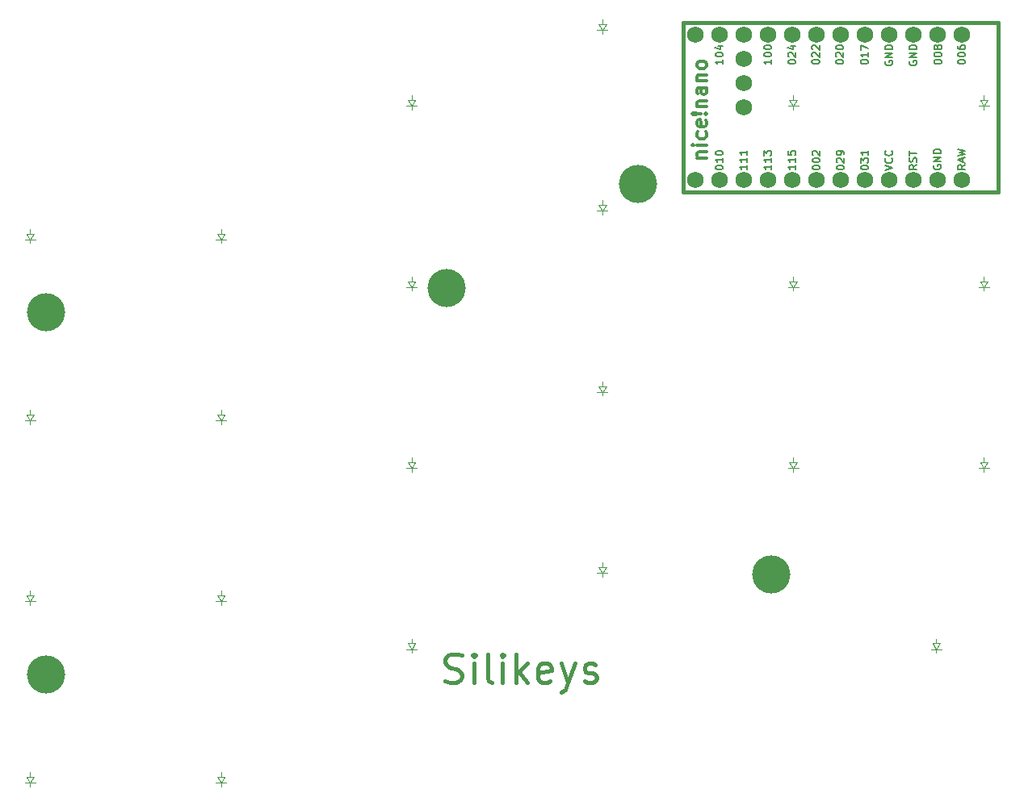
<source format=gbr>
%TF.GenerationSoftware,KiCad,Pcbnew,8.0.7*%
%TF.CreationDate,2025-01-04T23:43:43-07:00*%
%TF.ProjectId,left,6c656674-2e6b-4696-9361-645f70636258,v1.0.0*%
%TF.SameCoordinates,Original*%
%TF.FileFunction,Legend,Top*%
%TF.FilePolarity,Positive*%
%FSLAX46Y46*%
G04 Gerber Fmt 4.6, Leading zero omitted, Abs format (unit mm)*
G04 Created by KiCad (PCBNEW 8.0.7) date 2025-01-04 23:43:43*
%MOMM*%
%LPD*%
G01*
G04 APERTURE LIST*
%ADD10C,0.400000*%
%ADD11C,0.150000*%
%ADD12C,0.300000*%
%ADD13C,0.100000*%
%ADD14C,0.381000*%
%ADD15C,1.752600*%
%ADD16C,4.000000*%
G04 APERTURE END LIST*
D10*
X151834585Y-142224200D02*
X152263157Y-142367057D01*
X152263157Y-142367057D02*
X152977442Y-142367057D01*
X152977442Y-142367057D02*
X153263157Y-142224200D01*
X153263157Y-142224200D02*
X153406014Y-142081342D01*
X153406014Y-142081342D02*
X153548871Y-141795628D01*
X153548871Y-141795628D02*
X153548871Y-141509914D01*
X153548871Y-141509914D02*
X153406014Y-141224200D01*
X153406014Y-141224200D02*
X153263157Y-141081342D01*
X153263157Y-141081342D02*
X152977442Y-140938485D01*
X152977442Y-140938485D02*
X152406014Y-140795628D01*
X152406014Y-140795628D02*
X152120299Y-140652771D01*
X152120299Y-140652771D02*
X151977442Y-140509914D01*
X151977442Y-140509914D02*
X151834585Y-140224200D01*
X151834585Y-140224200D02*
X151834585Y-139938485D01*
X151834585Y-139938485D02*
X151977442Y-139652771D01*
X151977442Y-139652771D02*
X152120299Y-139509914D01*
X152120299Y-139509914D02*
X152406014Y-139367057D01*
X152406014Y-139367057D02*
X153120299Y-139367057D01*
X153120299Y-139367057D02*
X153548871Y-139509914D01*
X154834585Y-142367057D02*
X154834585Y-140367057D01*
X154834585Y-139367057D02*
X154691728Y-139509914D01*
X154691728Y-139509914D02*
X154834585Y-139652771D01*
X154834585Y-139652771D02*
X154977442Y-139509914D01*
X154977442Y-139509914D02*
X154834585Y-139367057D01*
X154834585Y-139367057D02*
X154834585Y-139652771D01*
X156691728Y-142367057D02*
X156406013Y-142224200D01*
X156406013Y-142224200D02*
X156263156Y-141938485D01*
X156263156Y-141938485D02*
X156263156Y-139367057D01*
X157834585Y-142367057D02*
X157834585Y-140367057D01*
X157834585Y-139367057D02*
X157691728Y-139509914D01*
X157691728Y-139509914D02*
X157834585Y-139652771D01*
X157834585Y-139652771D02*
X157977442Y-139509914D01*
X157977442Y-139509914D02*
X157834585Y-139367057D01*
X157834585Y-139367057D02*
X157834585Y-139652771D01*
X159263156Y-142367057D02*
X159263156Y-139367057D01*
X159548871Y-141224200D02*
X160406013Y-142367057D01*
X160406013Y-140367057D02*
X159263156Y-141509914D01*
X162834584Y-142224200D02*
X162548870Y-142367057D01*
X162548870Y-142367057D02*
X161977442Y-142367057D01*
X161977442Y-142367057D02*
X161691727Y-142224200D01*
X161691727Y-142224200D02*
X161548870Y-141938485D01*
X161548870Y-141938485D02*
X161548870Y-140795628D01*
X161548870Y-140795628D02*
X161691727Y-140509914D01*
X161691727Y-140509914D02*
X161977442Y-140367057D01*
X161977442Y-140367057D02*
X162548870Y-140367057D01*
X162548870Y-140367057D02*
X162834584Y-140509914D01*
X162834584Y-140509914D02*
X162977442Y-140795628D01*
X162977442Y-140795628D02*
X162977442Y-141081342D01*
X162977442Y-141081342D02*
X161548870Y-141367057D01*
X163977442Y-140367057D02*
X164691728Y-142367057D01*
X165406013Y-140367057D02*
X164691728Y-142367057D01*
X164691728Y-142367057D02*
X164406013Y-143081342D01*
X164406013Y-143081342D02*
X164263156Y-143224200D01*
X164263156Y-143224200D02*
X163977442Y-143367057D01*
X166406013Y-142224200D02*
X166691727Y-142367057D01*
X166691727Y-142367057D02*
X167263156Y-142367057D01*
X167263156Y-142367057D02*
X167548870Y-142224200D01*
X167548870Y-142224200D02*
X167691727Y-141938485D01*
X167691727Y-141938485D02*
X167691727Y-141795628D01*
X167691727Y-141795628D02*
X167548870Y-141509914D01*
X167548870Y-141509914D02*
X167263156Y-141367057D01*
X167263156Y-141367057D02*
X166834585Y-141367057D01*
X166834585Y-141367057D02*
X166548870Y-141224200D01*
X166548870Y-141224200D02*
X166406013Y-140938485D01*
X166406013Y-140938485D02*
X166406013Y-140795628D01*
X166406013Y-140795628D02*
X166548870Y-140509914D01*
X166548870Y-140509914D02*
X166834585Y-140367057D01*
X166834585Y-140367057D02*
X167263156Y-140367057D01*
X167263156Y-140367057D02*
X167548870Y-140509914D01*
D11*
X206332295Y-88026095D02*
X205951342Y-88292762D01*
X206332295Y-88483238D02*
X205532295Y-88483238D01*
X205532295Y-88483238D02*
X205532295Y-88178476D01*
X205532295Y-88178476D02*
X205570390Y-88102286D01*
X205570390Y-88102286D02*
X205608485Y-88064191D01*
X205608485Y-88064191D02*
X205684676Y-88026095D01*
X205684676Y-88026095D02*
X205798961Y-88026095D01*
X205798961Y-88026095D02*
X205875152Y-88064191D01*
X205875152Y-88064191D02*
X205913247Y-88102286D01*
X205913247Y-88102286D02*
X205951342Y-88178476D01*
X205951342Y-88178476D02*
X205951342Y-88483238D01*
X206103723Y-87721334D02*
X206103723Y-87340381D01*
X206332295Y-87797524D02*
X205532295Y-87530857D01*
X205532295Y-87530857D02*
X206332295Y-87264191D01*
X205532295Y-87073715D02*
X206332295Y-86883239D01*
X206332295Y-86883239D02*
X205760866Y-86730858D01*
X205760866Y-86730858D02*
X206332295Y-86578477D01*
X206332295Y-86578477D02*
X205532295Y-86388001D01*
X203030390Y-88064190D02*
X202992295Y-88140380D01*
X202992295Y-88140380D02*
X202992295Y-88254666D01*
X202992295Y-88254666D02*
X203030390Y-88368952D01*
X203030390Y-88368952D02*
X203106580Y-88445142D01*
X203106580Y-88445142D02*
X203182771Y-88483237D01*
X203182771Y-88483237D02*
X203335152Y-88521333D01*
X203335152Y-88521333D02*
X203449438Y-88521333D01*
X203449438Y-88521333D02*
X203601819Y-88483237D01*
X203601819Y-88483237D02*
X203678009Y-88445142D01*
X203678009Y-88445142D02*
X203754200Y-88368952D01*
X203754200Y-88368952D02*
X203792295Y-88254666D01*
X203792295Y-88254666D02*
X203792295Y-88178475D01*
X203792295Y-88178475D02*
X203754200Y-88064190D01*
X203754200Y-88064190D02*
X203716104Y-88026094D01*
X203716104Y-88026094D02*
X203449438Y-88026094D01*
X203449438Y-88026094D02*
X203449438Y-88178475D01*
X203792295Y-87683237D02*
X202992295Y-87683237D01*
X202992295Y-87683237D02*
X203792295Y-87226094D01*
X203792295Y-87226094D02*
X202992295Y-87226094D01*
X203792295Y-86845142D02*
X202992295Y-86845142D01*
X202992295Y-86845142D02*
X202992295Y-86654666D01*
X202992295Y-86654666D02*
X203030390Y-86540380D01*
X203030390Y-86540380D02*
X203106580Y-86464190D01*
X203106580Y-86464190D02*
X203182771Y-86426095D01*
X203182771Y-86426095D02*
X203335152Y-86387999D01*
X203335152Y-86387999D02*
X203449438Y-86387999D01*
X203449438Y-86387999D02*
X203601819Y-86426095D01*
X203601819Y-86426095D02*
X203678009Y-86464190D01*
X203678009Y-86464190D02*
X203754200Y-86540380D01*
X203754200Y-86540380D02*
X203792295Y-86654666D01*
X203792295Y-86654666D02*
X203792295Y-86845142D01*
X201252295Y-88026094D02*
X200871342Y-88292761D01*
X201252295Y-88483237D02*
X200452295Y-88483237D01*
X200452295Y-88483237D02*
X200452295Y-88178475D01*
X200452295Y-88178475D02*
X200490390Y-88102285D01*
X200490390Y-88102285D02*
X200528485Y-88064190D01*
X200528485Y-88064190D02*
X200604676Y-88026094D01*
X200604676Y-88026094D02*
X200718961Y-88026094D01*
X200718961Y-88026094D02*
X200795152Y-88064190D01*
X200795152Y-88064190D02*
X200833247Y-88102285D01*
X200833247Y-88102285D02*
X200871342Y-88178475D01*
X200871342Y-88178475D02*
X200871342Y-88483237D01*
X201214200Y-87721333D02*
X201252295Y-87607047D01*
X201252295Y-87607047D02*
X201252295Y-87416571D01*
X201252295Y-87416571D02*
X201214200Y-87340380D01*
X201214200Y-87340380D02*
X201176104Y-87302285D01*
X201176104Y-87302285D02*
X201099914Y-87264190D01*
X201099914Y-87264190D02*
X201023723Y-87264190D01*
X201023723Y-87264190D02*
X200947533Y-87302285D01*
X200947533Y-87302285D02*
X200909438Y-87340380D01*
X200909438Y-87340380D02*
X200871342Y-87416571D01*
X200871342Y-87416571D02*
X200833247Y-87568952D01*
X200833247Y-87568952D02*
X200795152Y-87645142D01*
X200795152Y-87645142D02*
X200757057Y-87683237D01*
X200757057Y-87683237D02*
X200680866Y-87721333D01*
X200680866Y-87721333D02*
X200604676Y-87721333D01*
X200604676Y-87721333D02*
X200528485Y-87683237D01*
X200528485Y-87683237D02*
X200490390Y-87645142D01*
X200490390Y-87645142D02*
X200452295Y-87568952D01*
X200452295Y-87568952D02*
X200452295Y-87378475D01*
X200452295Y-87378475D02*
X200490390Y-87264190D01*
X200452295Y-87035618D02*
X200452295Y-86578475D01*
X201252295Y-86807047D02*
X200452295Y-86807047D01*
X197912295Y-88603857D02*
X198712295Y-88337190D01*
X198712295Y-88337190D02*
X197912295Y-88070524D01*
X198636104Y-87346714D02*
X198674200Y-87384810D01*
X198674200Y-87384810D02*
X198712295Y-87499095D01*
X198712295Y-87499095D02*
X198712295Y-87575286D01*
X198712295Y-87575286D02*
X198674200Y-87689572D01*
X198674200Y-87689572D02*
X198598009Y-87765762D01*
X198598009Y-87765762D02*
X198521819Y-87803857D01*
X198521819Y-87803857D02*
X198369438Y-87841953D01*
X198369438Y-87841953D02*
X198255152Y-87841953D01*
X198255152Y-87841953D02*
X198102771Y-87803857D01*
X198102771Y-87803857D02*
X198026580Y-87765762D01*
X198026580Y-87765762D02*
X197950390Y-87689572D01*
X197950390Y-87689572D02*
X197912295Y-87575286D01*
X197912295Y-87575286D02*
X197912295Y-87499095D01*
X197912295Y-87499095D02*
X197950390Y-87384810D01*
X197950390Y-87384810D02*
X197988485Y-87346714D01*
X198636104Y-86546714D02*
X198674200Y-86584810D01*
X198674200Y-86584810D02*
X198712295Y-86699095D01*
X198712295Y-86699095D02*
X198712295Y-86775286D01*
X198712295Y-86775286D02*
X198674200Y-86889572D01*
X198674200Y-86889572D02*
X198598009Y-86965762D01*
X198598009Y-86965762D02*
X198521819Y-87003857D01*
X198521819Y-87003857D02*
X198369438Y-87041953D01*
X198369438Y-87041953D02*
X198255152Y-87041953D01*
X198255152Y-87041953D02*
X198102771Y-87003857D01*
X198102771Y-87003857D02*
X198026580Y-86965762D01*
X198026580Y-86965762D02*
X197950390Y-86889572D01*
X197950390Y-86889572D02*
X197912295Y-86775286D01*
X197912295Y-86775286D02*
X197912295Y-86699095D01*
X197912295Y-86699095D02*
X197950390Y-86584810D01*
X197950390Y-86584810D02*
X197988485Y-86546714D01*
X195372295Y-88337190D02*
X195372295Y-88261000D01*
X195372295Y-88261000D02*
X195410390Y-88184809D01*
X195410390Y-88184809D02*
X195448485Y-88146714D01*
X195448485Y-88146714D02*
X195524676Y-88108619D01*
X195524676Y-88108619D02*
X195677057Y-88070524D01*
X195677057Y-88070524D02*
X195867533Y-88070524D01*
X195867533Y-88070524D02*
X196019914Y-88108619D01*
X196019914Y-88108619D02*
X196096104Y-88146714D01*
X196096104Y-88146714D02*
X196134200Y-88184809D01*
X196134200Y-88184809D02*
X196172295Y-88261000D01*
X196172295Y-88261000D02*
X196172295Y-88337190D01*
X196172295Y-88337190D02*
X196134200Y-88413381D01*
X196134200Y-88413381D02*
X196096104Y-88451476D01*
X196096104Y-88451476D02*
X196019914Y-88489571D01*
X196019914Y-88489571D02*
X195867533Y-88527667D01*
X195867533Y-88527667D02*
X195677057Y-88527667D01*
X195677057Y-88527667D02*
X195524676Y-88489571D01*
X195524676Y-88489571D02*
X195448485Y-88451476D01*
X195448485Y-88451476D02*
X195410390Y-88413381D01*
X195410390Y-88413381D02*
X195372295Y-88337190D01*
X195372295Y-87803857D02*
X195372295Y-87308619D01*
X195372295Y-87308619D02*
X195677057Y-87575285D01*
X195677057Y-87575285D02*
X195677057Y-87461000D01*
X195677057Y-87461000D02*
X195715152Y-87384809D01*
X195715152Y-87384809D02*
X195753247Y-87346714D01*
X195753247Y-87346714D02*
X195829438Y-87308619D01*
X195829438Y-87308619D02*
X196019914Y-87308619D01*
X196019914Y-87308619D02*
X196096104Y-87346714D01*
X196096104Y-87346714D02*
X196134200Y-87384809D01*
X196134200Y-87384809D02*
X196172295Y-87461000D01*
X196172295Y-87461000D02*
X196172295Y-87689571D01*
X196172295Y-87689571D02*
X196134200Y-87765762D01*
X196134200Y-87765762D02*
X196096104Y-87803857D01*
X196172295Y-86546714D02*
X196172295Y-87003857D01*
X196172295Y-86775285D02*
X195372295Y-86775285D01*
X195372295Y-86775285D02*
X195486580Y-86851476D01*
X195486580Y-86851476D02*
X195562771Y-86927666D01*
X195562771Y-86927666D02*
X195600866Y-87003857D01*
X192832295Y-88337190D02*
X192832295Y-88261000D01*
X192832295Y-88261000D02*
X192870390Y-88184809D01*
X192870390Y-88184809D02*
X192908485Y-88146714D01*
X192908485Y-88146714D02*
X192984676Y-88108619D01*
X192984676Y-88108619D02*
X193137057Y-88070524D01*
X193137057Y-88070524D02*
X193327533Y-88070524D01*
X193327533Y-88070524D02*
X193479914Y-88108619D01*
X193479914Y-88108619D02*
X193556104Y-88146714D01*
X193556104Y-88146714D02*
X193594200Y-88184809D01*
X193594200Y-88184809D02*
X193632295Y-88261000D01*
X193632295Y-88261000D02*
X193632295Y-88337190D01*
X193632295Y-88337190D02*
X193594200Y-88413381D01*
X193594200Y-88413381D02*
X193556104Y-88451476D01*
X193556104Y-88451476D02*
X193479914Y-88489571D01*
X193479914Y-88489571D02*
X193327533Y-88527667D01*
X193327533Y-88527667D02*
X193137057Y-88527667D01*
X193137057Y-88527667D02*
X192984676Y-88489571D01*
X192984676Y-88489571D02*
X192908485Y-88451476D01*
X192908485Y-88451476D02*
X192870390Y-88413381D01*
X192870390Y-88413381D02*
X192832295Y-88337190D01*
X192908485Y-87765762D02*
X192870390Y-87727666D01*
X192870390Y-87727666D02*
X192832295Y-87651476D01*
X192832295Y-87651476D02*
X192832295Y-87461000D01*
X192832295Y-87461000D02*
X192870390Y-87384809D01*
X192870390Y-87384809D02*
X192908485Y-87346714D01*
X192908485Y-87346714D02*
X192984676Y-87308619D01*
X192984676Y-87308619D02*
X193060866Y-87308619D01*
X193060866Y-87308619D02*
X193175152Y-87346714D01*
X193175152Y-87346714D02*
X193632295Y-87803857D01*
X193632295Y-87803857D02*
X193632295Y-87308619D01*
X193632295Y-86927666D02*
X193632295Y-86775285D01*
X193632295Y-86775285D02*
X193594200Y-86699095D01*
X193594200Y-86699095D02*
X193556104Y-86660999D01*
X193556104Y-86660999D02*
X193441819Y-86584809D01*
X193441819Y-86584809D02*
X193289438Y-86546714D01*
X193289438Y-86546714D02*
X192984676Y-86546714D01*
X192984676Y-86546714D02*
X192908485Y-86584809D01*
X192908485Y-86584809D02*
X192870390Y-86622904D01*
X192870390Y-86622904D02*
X192832295Y-86699095D01*
X192832295Y-86699095D02*
X192832295Y-86851476D01*
X192832295Y-86851476D02*
X192870390Y-86927666D01*
X192870390Y-86927666D02*
X192908485Y-86965761D01*
X192908485Y-86965761D02*
X192984676Y-87003857D01*
X192984676Y-87003857D02*
X193175152Y-87003857D01*
X193175152Y-87003857D02*
X193251342Y-86965761D01*
X193251342Y-86965761D02*
X193289438Y-86927666D01*
X193289438Y-86927666D02*
X193327533Y-86851476D01*
X193327533Y-86851476D02*
X193327533Y-86699095D01*
X193327533Y-86699095D02*
X193289438Y-86622904D01*
X193289438Y-86622904D02*
X193251342Y-86584809D01*
X193251342Y-86584809D02*
X193175152Y-86546714D01*
X190292295Y-88337190D02*
X190292295Y-88261000D01*
X190292295Y-88261000D02*
X190330390Y-88184809D01*
X190330390Y-88184809D02*
X190368485Y-88146714D01*
X190368485Y-88146714D02*
X190444676Y-88108619D01*
X190444676Y-88108619D02*
X190597057Y-88070524D01*
X190597057Y-88070524D02*
X190787533Y-88070524D01*
X190787533Y-88070524D02*
X190939914Y-88108619D01*
X190939914Y-88108619D02*
X191016104Y-88146714D01*
X191016104Y-88146714D02*
X191054200Y-88184809D01*
X191054200Y-88184809D02*
X191092295Y-88261000D01*
X191092295Y-88261000D02*
X191092295Y-88337190D01*
X191092295Y-88337190D02*
X191054200Y-88413381D01*
X191054200Y-88413381D02*
X191016104Y-88451476D01*
X191016104Y-88451476D02*
X190939914Y-88489571D01*
X190939914Y-88489571D02*
X190787533Y-88527667D01*
X190787533Y-88527667D02*
X190597057Y-88527667D01*
X190597057Y-88527667D02*
X190444676Y-88489571D01*
X190444676Y-88489571D02*
X190368485Y-88451476D01*
X190368485Y-88451476D02*
X190330390Y-88413381D01*
X190330390Y-88413381D02*
X190292295Y-88337190D01*
X190292295Y-87575285D02*
X190292295Y-87499095D01*
X190292295Y-87499095D02*
X190330390Y-87422904D01*
X190330390Y-87422904D02*
X190368485Y-87384809D01*
X190368485Y-87384809D02*
X190444676Y-87346714D01*
X190444676Y-87346714D02*
X190597057Y-87308619D01*
X190597057Y-87308619D02*
X190787533Y-87308619D01*
X190787533Y-87308619D02*
X190939914Y-87346714D01*
X190939914Y-87346714D02*
X191016104Y-87384809D01*
X191016104Y-87384809D02*
X191054200Y-87422904D01*
X191054200Y-87422904D02*
X191092295Y-87499095D01*
X191092295Y-87499095D02*
X191092295Y-87575285D01*
X191092295Y-87575285D02*
X191054200Y-87651476D01*
X191054200Y-87651476D02*
X191016104Y-87689571D01*
X191016104Y-87689571D02*
X190939914Y-87727666D01*
X190939914Y-87727666D02*
X190787533Y-87765762D01*
X190787533Y-87765762D02*
X190597057Y-87765762D01*
X190597057Y-87765762D02*
X190444676Y-87727666D01*
X190444676Y-87727666D02*
X190368485Y-87689571D01*
X190368485Y-87689571D02*
X190330390Y-87651476D01*
X190330390Y-87651476D02*
X190292295Y-87575285D01*
X190368485Y-87003857D02*
X190330390Y-86965761D01*
X190330390Y-86965761D02*
X190292295Y-86889571D01*
X190292295Y-86889571D02*
X190292295Y-86699095D01*
X190292295Y-86699095D02*
X190330390Y-86622904D01*
X190330390Y-86622904D02*
X190368485Y-86584809D01*
X190368485Y-86584809D02*
X190444676Y-86546714D01*
X190444676Y-86546714D02*
X190520866Y-86546714D01*
X190520866Y-86546714D02*
X190635152Y-86584809D01*
X190635152Y-86584809D02*
X191092295Y-87041952D01*
X191092295Y-87041952D02*
X191092295Y-86546714D01*
X188552295Y-88070524D02*
X188552295Y-88527667D01*
X188552295Y-88299095D02*
X187752295Y-88299095D01*
X187752295Y-88299095D02*
X187866580Y-88375286D01*
X187866580Y-88375286D02*
X187942771Y-88451476D01*
X187942771Y-88451476D02*
X187980866Y-88527667D01*
X188552295Y-87308619D02*
X188552295Y-87765762D01*
X188552295Y-87537190D02*
X187752295Y-87537190D01*
X187752295Y-87537190D02*
X187866580Y-87613381D01*
X187866580Y-87613381D02*
X187942771Y-87689571D01*
X187942771Y-87689571D02*
X187980866Y-87765762D01*
X187752295Y-86584809D02*
X187752295Y-86965761D01*
X187752295Y-86965761D02*
X188133247Y-87003857D01*
X188133247Y-87003857D02*
X188095152Y-86965761D01*
X188095152Y-86965761D02*
X188057057Y-86889571D01*
X188057057Y-86889571D02*
X188057057Y-86699095D01*
X188057057Y-86699095D02*
X188095152Y-86622904D01*
X188095152Y-86622904D02*
X188133247Y-86584809D01*
X188133247Y-86584809D02*
X188209438Y-86546714D01*
X188209438Y-86546714D02*
X188399914Y-86546714D01*
X188399914Y-86546714D02*
X188476104Y-86584809D01*
X188476104Y-86584809D02*
X188514200Y-86622904D01*
X188514200Y-86622904D02*
X188552295Y-86699095D01*
X188552295Y-86699095D02*
X188552295Y-86889571D01*
X188552295Y-86889571D02*
X188514200Y-86965761D01*
X188514200Y-86965761D02*
X188476104Y-87003857D01*
X186012295Y-88070524D02*
X186012295Y-88527667D01*
X186012295Y-88299095D02*
X185212295Y-88299095D01*
X185212295Y-88299095D02*
X185326580Y-88375286D01*
X185326580Y-88375286D02*
X185402771Y-88451476D01*
X185402771Y-88451476D02*
X185440866Y-88527667D01*
X186012295Y-87308619D02*
X186012295Y-87765762D01*
X186012295Y-87537190D02*
X185212295Y-87537190D01*
X185212295Y-87537190D02*
X185326580Y-87613381D01*
X185326580Y-87613381D02*
X185402771Y-87689571D01*
X185402771Y-87689571D02*
X185440866Y-87765762D01*
X185212295Y-87041952D02*
X185212295Y-86546714D01*
X185212295Y-86546714D02*
X185517057Y-86813380D01*
X185517057Y-86813380D02*
X185517057Y-86699095D01*
X185517057Y-86699095D02*
X185555152Y-86622904D01*
X185555152Y-86622904D02*
X185593247Y-86584809D01*
X185593247Y-86584809D02*
X185669438Y-86546714D01*
X185669438Y-86546714D02*
X185859914Y-86546714D01*
X185859914Y-86546714D02*
X185936104Y-86584809D01*
X185936104Y-86584809D02*
X185974200Y-86622904D01*
X185974200Y-86622904D02*
X186012295Y-86699095D01*
X186012295Y-86699095D02*
X186012295Y-86927666D01*
X186012295Y-86927666D02*
X185974200Y-87003857D01*
X185974200Y-87003857D02*
X185936104Y-87041952D01*
X183472295Y-88070524D02*
X183472295Y-88527667D01*
X183472295Y-88299095D02*
X182672295Y-88299095D01*
X182672295Y-88299095D02*
X182786580Y-88375286D01*
X182786580Y-88375286D02*
X182862771Y-88451476D01*
X182862771Y-88451476D02*
X182900866Y-88527667D01*
X183472295Y-87308619D02*
X183472295Y-87765762D01*
X183472295Y-87537190D02*
X182672295Y-87537190D01*
X182672295Y-87537190D02*
X182786580Y-87613381D01*
X182786580Y-87613381D02*
X182862771Y-87689571D01*
X182862771Y-87689571D02*
X182900866Y-87765762D01*
X183472295Y-86546714D02*
X183472295Y-87003857D01*
X183472295Y-86775285D02*
X182672295Y-86775285D01*
X182672295Y-86775285D02*
X182786580Y-86851476D01*
X182786580Y-86851476D02*
X182862771Y-86927666D01*
X182862771Y-86927666D02*
X182900866Y-87003857D01*
X180132295Y-88337190D02*
X180132295Y-88261000D01*
X180132295Y-88261000D02*
X180170390Y-88184809D01*
X180170390Y-88184809D02*
X180208485Y-88146714D01*
X180208485Y-88146714D02*
X180284676Y-88108619D01*
X180284676Y-88108619D02*
X180437057Y-88070524D01*
X180437057Y-88070524D02*
X180627533Y-88070524D01*
X180627533Y-88070524D02*
X180779914Y-88108619D01*
X180779914Y-88108619D02*
X180856104Y-88146714D01*
X180856104Y-88146714D02*
X180894200Y-88184809D01*
X180894200Y-88184809D02*
X180932295Y-88261000D01*
X180932295Y-88261000D02*
X180932295Y-88337190D01*
X180932295Y-88337190D02*
X180894200Y-88413381D01*
X180894200Y-88413381D02*
X180856104Y-88451476D01*
X180856104Y-88451476D02*
X180779914Y-88489571D01*
X180779914Y-88489571D02*
X180627533Y-88527667D01*
X180627533Y-88527667D02*
X180437057Y-88527667D01*
X180437057Y-88527667D02*
X180284676Y-88489571D01*
X180284676Y-88489571D02*
X180208485Y-88451476D01*
X180208485Y-88451476D02*
X180170390Y-88413381D01*
X180170390Y-88413381D02*
X180132295Y-88337190D01*
X180932295Y-87308619D02*
X180932295Y-87765762D01*
X180932295Y-87537190D02*
X180132295Y-87537190D01*
X180132295Y-87537190D02*
X180246580Y-87613381D01*
X180246580Y-87613381D02*
X180322771Y-87689571D01*
X180322771Y-87689571D02*
X180360866Y-87765762D01*
X180132295Y-86813380D02*
X180132295Y-86737190D01*
X180132295Y-86737190D02*
X180170390Y-86660999D01*
X180170390Y-86660999D02*
X180208485Y-86622904D01*
X180208485Y-86622904D02*
X180284676Y-86584809D01*
X180284676Y-86584809D02*
X180437057Y-86546714D01*
X180437057Y-86546714D02*
X180627533Y-86546714D01*
X180627533Y-86546714D02*
X180779914Y-86584809D01*
X180779914Y-86584809D02*
X180856104Y-86622904D01*
X180856104Y-86622904D02*
X180894200Y-86660999D01*
X180894200Y-86660999D02*
X180932295Y-86737190D01*
X180932295Y-86737190D02*
X180932295Y-86813380D01*
X180932295Y-86813380D02*
X180894200Y-86889571D01*
X180894200Y-86889571D02*
X180856104Y-86927666D01*
X180856104Y-86927666D02*
X180779914Y-86965761D01*
X180779914Y-86965761D02*
X180627533Y-87003857D01*
X180627533Y-87003857D02*
X180437057Y-87003857D01*
X180437057Y-87003857D02*
X180284676Y-86965761D01*
X180284676Y-86965761D02*
X180208485Y-86927666D01*
X180208485Y-86927666D02*
X180170390Y-86889571D01*
X180170390Y-86889571D02*
X180132295Y-86813380D01*
X205532295Y-77262809D02*
X205532295Y-77186619D01*
X205532295Y-77186619D02*
X205570390Y-77110428D01*
X205570390Y-77110428D02*
X205608485Y-77072333D01*
X205608485Y-77072333D02*
X205684676Y-77034238D01*
X205684676Y-77034238D02*
X205837057Y-76996143D01*
X205837057Y-76996143D02*
X206027533Y-76996143D01*
X206027533Y-76996143D02*
X206179914Y-77034238D01*
X206179914Y-77034238D02*
X206256104Y-77072333D01*
X206256104Y-77072333D02*
X206294200Y-77110428D01*
X206294200Y-77110428D02*
X206332295Y-77186619D01*
X206332295Y-77186619D02*
X206332295Y-77262809D01*
X206332295Y-77262809D02*
X206294200Y-77339000D01*
X206294200Y-77339000D02*
X206256104Y-77377095D01*
X206256104Y-77377095D02*
X206179914Y-77415190D01*
X206179914Y-77415190D02*
X206027533Y-77453286D01*
X206027533Y-77453286D02*
X205837057Y-77453286D01*
X205837057Y-77453286D02*
X205684676Y-77415190D01*
X205684676Y-77415190D02*
X205608485Y-77377095D01*
X205608485Y-77377095D02*
X205570390Y-77339000D01*
X205570390Y-77339000D02*
X205532295Y-77262809D01*
X205532295Y-76500904D02*
X205532295Y-76424714D01*
X205532295Y-76424714D02*
X205570390Y-76348523D01*
X205570390Y-76348523D02*
X205608485Y-76310428D01*
X205608485Y-76310428D02*
X205684676Y-76272333D01*
X205684676Y-76272333D02*
X205837057Y-76234238D01*
X205837057Y-76234238D02*
X206027533Y-76234238D01*
X206027533Y-76234238D02*
X206179914Y-76272333D01*
X206179914Y-76272333D02*
X206256104Y-76310428D01*
X206256104Y-76310428D02*
X206294200Y-76348523D01*
X206294200Y-76348523D02*
X206332295Y-76424714D01*
X206332295Y-76424714D02*
X206332295Y-76500904D01*
X206332295Y-76500904D02*
X206294200Y-76577095D01*
X206294200Y-76577095D02*
X206256104Y-76615190D01*
X206256104Y-76615190D02*
X206179914Y-76653285D01*
X206179914Y-76653285D02*
X206027533Y-76691381D01*
X206027533Y-76691381D02*
X205837057Y-76691381D01*
X205837057Y-76691381D02*
X205684676Y-76653285D01*
X205684676Y-76653285D02*
X205608485Y-76615190D01*
X205608485Y-76615190D02*
X205570390Y-76577095D01*
X205570390Y-76577095D02*
X205532295Y-76500904D01*
X205532295Y-75548523D02*
X205532295Y-75700904D01*
X205532295Y-75700904D02*
X205570390Y-75777095D01*
X205570390Y-75777095D02*
X205608485Y-75815190D01*
X205608485Y-75815190D02*
X205722771Y-75891380D01*
X205722771Y-75891380D02*
X205875152Y-75929476D01*
X205875152Y-75929476D02*
X206179914Y-75929476D01*
X206179914Y-75929476D02*
X206256104Y-75891380D01*
X206256104Y-75891380D02*
X206294200Y-75853285D01*
X206294200Y-75853285D02*
X206332295Y-75777095D01*
X206332295Y-75777095D02*
X206332295Y-75624714D01*
X206332295Y-75624714D02*
X206294200Y-75548523D01*
X206294200Y-75548523D02*
X206256104Y-75510428D01*
X206256104Y-75510428D02*
X206179914Y-75472333D01*
X206179914Y-75472333D02*
X205989438Y-75472333D01*
X205989438Y-75472333D02*
X205913247Y-75510428D01*
X205913247Y-75510428D02*
X205875152Y-75548523D01*
X205875152Y-75548523D02*
X205837057Y-75624714D01*
X205837057Y-75624714D02*
X205837057Y-75777095D01*
X205837057Y-75777095D02*
X205875152Y-75853285D01*
X205875152Y-75853285D02*
X205913247Y-75891380D01*
X205913247Y-75891380D02*
X205989438Y-75929476D01*
X203062295Y-77262809D02*
X203062295Y-77186619D01*
X203062295Y-77186619D02*
X203100390Y-77110428D01*
X203100390Y-77110428D02*
X203138485Y-77072333D01*
X203138485Y-77072333D02*
X203214676Y-77034238D01*
X203214676Y-77034238D02*
X203367057Y-76996143D01*
X203367057Y-76996143D02*
X203557533Y-76996143D01*
X203557533Y-76996143D02*
X203709914Y-77034238D01*
X203709914Y-77034238D02*
X203786104Y-77072333D01*
X203786104Y-77072333D02*
X203824200Y-77110428D01*
X203824200Y-77110428D02*
X203862295Y-77186619D01*
X203862295Y-77186619D02*
X203862295Y-77262809D01*
X203862295Y-77262809D02*
X203824200Y-77339000D01*
X203824200Y-77339000D02*
X203786104Y-77377095D01*
X203786104Y-77377095D02*
X203709914Y-77415190D01*
X203709914Y-77415190D02*
X203557533Y-77453286D01*
X203557533Y-77453286D02*
X203367057Y-77453286D01*
X203367057Y-77453286D02*
X203214676Y-77415190D01*
X203214676Y-77415190D02*
X203138485Y-77377095D01*
X203138485Y-77377095D02*
X203100390Y-77339000D01*
X203100390Y-77339000D02*
X203062295Y-77262809D01*
X203062295Y-76500904D02*
X203062295Y-76424714D01*
X203062295Y-76424714D02*
X203100390Y-76348523D01*
X203100390Y-76348523D02*
X203138485Y-76310428D01*
X203138485Y-76310428D02*
X203214676Y-76272333D01*
X203214676Y-76272333D02*
X203367057Y-76234238D01*
X203367057Y-76234238D02*
X203557533Y-76234238D01*
X203557533Y-76234238D02*
X203709914Y-76272333D01*
X203709914Y-76272333D02*
X203786104Y-76310428D01*
X203786104Y-76310428D02*
X203824200Y-76348523D01*
X203824200Y-76348523D02*
X203862295Y-76424714D01*
X203862295Y-76424714D02*
X203862295Y-76500904D01*
X203862295Y-76500904D02*
X203824200Y-76577095D01*
X203824200Y-76577095D02*
X203786104Y-76615190D01*
X203786104Y-76615190D02*
X203709914Y-76653285D01*
X203709914Y-76653285D02*
X203557533Y-76691381D01*
X203557533Y-76691381D02*
X203367057Y-76691381D01*
X203367057Y-76691381D02*
X203214676Y-76653285D01*
X203214676Y-76653285D02*
X203138485Y-76615190D01*
X203138485Y-76615190D02*
X203100390Y-76577095D01*
X203100390Y-76577095D02*
X203062295Y-76500904D01*
X203405152Y-75777095D02*
X203367057Y-75853285D01*
X203367057Y-75853285D02*
X203328961Y-75891380D01*
X203328961Y-75891380D02*
X203252771Y-75929476D01*
X203252771Y-75929476D02*
X203214676Y-75929476D01*
X203214676Y-75929476D02*
X203138485Y-75891380D01*
X203138485Y-75891380D02*
X203100390Y-75853285D01*
X203100390Y-75853285D02*
X203062295Y-75777095D01*
X203062295Y-75777095D02*
X203062295Y-75624714D01*
X203062295Y-75624714D02*
X203100390Y-75548523D01*
X203100390Y-75548523D02*
X203138485Y-75510428D01*
X203138485Y-75510428D02*
X203214676Y-75472333D01*
X203214676Y-75472333D02*
X203252771Y-75472333D01*
X203252771Y-75472333D02*
X203328961Y-75510428D01*
X203328961Y-75510428D02*
X203367057Y-75548523D01*
X203367057Y-75548523D02*
X203405152Y-75624714D01*
X203405152Y-75624714D02*
X203405152Y-75777095D01*
X203405152Y-75777095D02*
X203443247Y-75853285D01*
X203443247Y-75853285D02*
X203481342Y-75891380D01*
X203481342Y-75891380D02*
X203557533Y-75929476D01*
X203557533Y-75929476D02*
X203709914Y-75929476D01*
X203709914Y-75929476D02*
X203786104Y-75891380D01*
X203786104Y-75891380D02*
X203824200Y-75853285D01*
X203824200Y-75853285D02*
X203862295Y-75777095D01*
X203862295Y-75777095D02*
X203862295Y-75624714D01*
X203862295Y-75624714D02*
X203824200Y-75548523D01*
X203824200Y-75548523D02*
X203786104Y-75510428D01*
X203786104Y-75510428D02*
X203709914Y-75472333D01*
X203709914Y-75472333D02*
X203557533Y-75472333D01*
X203557533Y-75472333D02*
X203481342Y-75510428D01*
X203481342Y-75510428D02*
X203443247Y-75548523D01*
X203443247Y-75548523D02*
X203405152Y-75624714D01*
X200490390Y-77148523D02*
X200452295Y-77224713D01*
X200452295Y-77224713D02*
X200452295Y-77338999D01*
X200452295Y-77338999D02*
X200490390Y-77453285D01*
X200490390Y-77453285D02*
X200566580Y-77529475D01*
X200566580Y-77529475D02*
X200642771Y-77567570D01*
X200642771Y-77567570D02*
X200795152Y-77605666D01*
X200795152Y-77605666D02*
X200909438Y-77605666D01*
X200909438Y-77605666D02*
X201061819Y-77567570D01*
X201061819Y-77567570D02*
X201138009Y-77529475D01*
X201138009Y-77529475D02*
X201214200Y-77453285D01*
X201214200Y-77453285D02*
X201252295Y-77338999D01*
X201252295Y-77338999D02*
X201252295Y-77262808D01*
X201252295Y-77262808D02*
X201214200Y-77148523D01*
X201214200Y-77148523D02*
X201176104Y-77110427D01*
X201176104Y-77110427D02*
X200909438Y-77110427D01*
X200909438Y-77110427D02*
X200909438Y-77262808D01*
X201252295Y-76767570D02*
X200452295Y-76767570D01*
X200452295Y-76767570D02*
X201252295Y-76310427D01*
X201252295Y-76310427D02*
X200452295Y-76310427D01*
X201252295Y-75929475D02*
X200452295Y-75929475D01*
X200452295Y-75929475D02*
X200452295Y-75738999D01*
X200452295Y-75738999D02*
X200490390Y-75624713D01*
X200490390Y-75624713D02*
X200566580Y-75548523D01*
X200566580Y-75548523D02*
X200642771Y-75510428D01*
X200642771Y-75510428D02*
X200795152Y-75472332D01*
X200795152Y-75472332D02*
X200909438Y-75472332D01*
X200909438Y-75472332D02*
X201061819Y-75510428D01*
X201061819Y-75510428D02*
X201138009Y-75548523D01*
X201138009Y-75548523D02*
X201214200Y-75624713D01*
X201214200Y-75624713D02*
X201252295Y-75738999D01*
X201252295Y-75738999D02*
X201252295Y-75929475D01*
X197950390Y-77148523D02*
X197912295Y-77224713D01*
X197912295Y-77224713D02*
X197912295Y-77338999D01*
X197912295Y-77338999D02*
X197950390Y-77453285D01*
X197950390Y-77453285D02*
X198026580Y-77529475D01*
X198026580Y-77529475D02*
X198102771Y-77567570D01*
X198102771Y-77567570D02*
X198255152Y-77605666D01*
X198255152Y-77605666D02*
X198369438Y-77605666D01*
X198369438Y-77605666D02*
X198521819Y-77567570D01*
X198521819Y-77567570D02*
X198598009Y-77529475D01*
X198598009Y-77529475D02*
X198674200Y-77453285D01*
X198674200Y-77453285D02*
X198712295Y-77338999D01*
X198712295Y-77338999D02*
X198712295Y-77262808D01*
X198712295Y-77262808D02*
X198674200Y-77148523D01*
X198674200Y-77148523D02*
X198636104Y-77110427D01*
X198636104Y-77110427D02*
X198369438Y-77110427D01*
X198369438Y-77110427D02*
X198369438Y-77262808D01*
X198712295Y-76767570D02*
X197912295Y-76767570D01*
X197912295Y-76767570D02*
X198712295Y-76310427D01*
X198712295Y-76310427D02*
X197912295Y-76310427D01*
X198712295Y-75929475D02*
X197912295Y-75929475D01*
X197912295Y-75929475D02*
X197912295Y-75738999D01*
X197912295Y-75738999D02*
X197950390Y-75624713D01*
X197950390Y-75624713D02*
X198026580Y-75548523D01*
X198026580Y-75548523D02*
X198102771Y-75510428D01*
X198102771Y-75510428D02*
X198255152Y-75472332D01*
X198255152Y-75472332D02*
X198369438Y-75472332D01*
X198369438Y-75472332D02*
X198521819Y-75510428D01*
X198521819Y-75510428D02*
X198598009Y-75548523D01*
X198598009Y-75548523D02*
X198674200Y-75624713D01*
X198674200Y-75624713D02*
X198712295Y-75738999D01*
X198712295Y-75738999D02*
X198712295Y-75929475D01*
X195362295Y-77262809D02*
X195362295Y-77186619D01*
X195362295Y-77186619D02*
X195400390Y-77110428D01*
X195400390Y-77110428D02*
X195438485Y-77072333D01*
X195438485Y-77072333D02*
X195514676Y-77034238D01*
X195514676Y-77034238D02*
X195667057Y-76996143D01*
X195667057Y-76996143D02*
X195857533Y-76996143D01*
X195857533Y-76996143D02*
X196009914Y-77034238D01*
X196009914Y-77034238D02*
X196086104Y-77072333D01*
X196086104Y-77072333D02*
X196124200Y-77110428D01*
X196124200Y-77110428D02*
X196162295Y-77186619D01*
X196162295Y-77186619D02*
X196162295Y-77262809D01*
X196162295Y-77262809D02*
X196124200Y-77339000D01*
X196124200Y-77339000D02*
X196086104Y-77377095D01*
X196086104Y-77377095D02*
X196009914Y-77415190D01*
X196009914Y-77415190D02*
X195857533Y-77453286D01*
X195857533Y-77453286D02*
X195667057Y-77453286D01*
X195667057Y-77453286D02*
X195514676Y-77415190D01*
X195514676Y-77415190D02*
X195438485Y-77377095D01*
X195438485Y-77377095D02*
X195400390Y-77339000D01*
X195400390Y-77339000D02*
X195362295Y-77262809D01*
X196162295Y-76234238D02*
X196162295Y-76691381D01*
X196162295Y-76462809D02*
X195362295Y-76462809D01*
X195362295Y-76462809D02*
X195476580Y-76539000D01*
X195476580Y-76539000D02*
X195552771Y-76615190D01*
X195552771Y-76615190D02*
X195590866Y-76691381D01*
X195362295Y-75967571D02*
X195362295Y-75434237D01*
X195362295Y-75434237D02*
X196162295Y-75777095D01*
X192762295Y-77262809D02*
X192762295Y-77186619D01*
X192762295Y-77186619D02*
X192800390Y-77110428D01*
X192800390Y-77110428D02*
X192838485Y-77072333D01*
X192838485Y-77072333D02*
X192914676Y-77034238D01*
X192914676Y-77034238D02*
X193067057Y-76996143D01*
X193067057Y-76996143D02*
X193257533Y-76996143D01*
X193257533Y-76996143D02*
X193409914Y-77034238D01*
X193409914Y-77034238D02*
X193486104Y-77072333D01*
X193486104Y-77072333D02*
X193524200Y-77110428D01*
X193524200Y-77110428D02*
X193562295Y-77186619D01*
X193562295Y-77186619D02*
X193562295Y-77262809D01*
X193562295Y-77262809D02*
X193524200Y-77339000D01*
X193524200Y-77339000D02*
X193486104Y-77377095D01*
X193486104Y-77377095D02*
X193409914Y-77415190D01*
X193409914Y-77415190D02*
X193257533Y-77453286D01*
X193257533Y-77453286D02*
X193067057Y-77453286D01*
X193067057Y-77453286D02*
X192914676Y-77415190D01*
X192914676Y-77415190D02*
X192838485Y-77377095D01*
X192838485Y-77377095D02*
X192800390Y-77339000D01*
X192800390Y-77339000D02*
X192762295Y-77262809D01*
X192838485Y-76691381D02*
X192800390Y-76653285D01*
X192800390Y-76653285D02*
X192762295Y-76577095D01*
X192762295Y-76577095D02*
X192762295Y-76386619D01*
X192762295Y-76386619D02*
X192800390Y-76310428D01*
X192800390Y-76310428D02*
X192838485Y-76272333D01*
X192838485Y-76272333D02*
X192914676Y-76234238D01*
X192914676Y-76234238D02*
X192990866Y-76234238D01*
X192990866Y-76234238D02*
X193105152Y-76272333D01*
X193105152Y-76272333D02*
X193562295Y-76729476D01*
X193562295Y-76729476D02*
X193562295Y-76234238D01*
X192762295Y-75738999D02*
X192762295Y-75662809D01*
X192762295Y-75662809D02*
X192800390Y-75586618D01*
X192800390Y-75586618D02*
X192838485Y-75548523D01*
X192838485Y-75548523D02*
X192914676Y-75510428D01*
X192914676Y-75510428D02*
X193067057Y-75472333D01*
X193067057Y-75472333D02*
X193257533Y-75472333D01*
X193257533Y-75472333D02*
X193409914Y-75510428D01*
X193409914Y-75510428D02*
X193486104Y-75548523D01*
X193486104Y-75548523D02*
X193524200Y-75586618D01*
X193524200Y-75586618D02*
X193562295Y-75662809D01*
X193562295Y-75662809D02*
X193562295Y-75738999D01*
X193562295Y-75738999D02*
X193524200Y-75815190D01*
X193524200Y-75815190D02*
X193486104Y-75853285D01*
X193486104Y-75853285D02*
X193409914Y-75891380D01*
X193409914Y-75891380D02*
X193257533Y-75929476D01*
X193257533Y-75929476D02*
X193067057Y-75929476D01*
X193067057Y-75929476D02*
X192914676Y-75891380D01*
X192914676Y-75891380D02*
X192838485Y-75853285D01*
X192838485Y-75853285D02*
X192800390Y-75815190D01*
X192800390Y-75815190D02*
X192762295Y-75738999D01*
X190262295Y-77262809D02*
X190262295Y-77186619D01*
X190262295Y-77186619D02*
X190300390Y-77110428D01*
X190300390Y-77110428D02*
X190338485Y-77072333D01*
X190338485Y-77072333D02*
X190414676Y-77034238D01*
X190414676Y-77034238D02*
X190567057Y-76996143D01*
X190567057Y-76996143D02*
X190757533Y-76996143D01*
X190757533Y-76996143D02*
X190909914Y-77034238D01*
X190909914Y-77034238D02*
X190986104Y-77072333D01*
X190986104Y-77072333D02*
X191024200Y-77110428D01*
X191024200Y-77110428D02*
X191062295Y-77186619D01*
X191062295Y-77186619D02*
X191062295Y-77262809D01*
X191062295Y-77262809D02*
X191024200Y-77339000D01*
X191024200Y-77339000D02*
X190986104Y-77377095D01*
X190986104Y-77377095D02*
X190909914Y-77415190D01*
X190909914Y-77415190D02*
X190757533Y-77453286D01*
X190757533Y-77453286D02*
X190567057Y-77453286D01*
X190567057Y-77453286D02*
X190414676Y-77415190D01*
X190414676Y-77415190D02*
X190338485Y-77377095D01*
X190338485Y-77377095D02*
X190300390Y-77339000D01*
X190300390Y-77339000D02*
X190262295Y-77262809D01*
X190338485Y-76691381D02*
X190300390Y-76653285D01*
X190300390Y-76653285D02*
X190262295Y-76577095D01*
X190262295Y-76577095D02*
X190262295Y-76386619D01*
X190262295Y-76386619D02*
X190300390Y-76310428D01*
X190300390Y-76310428D02*
X190338485Y-76272333D01*
X190338485Y-76272333D02*
X190414676Y-76234238D01*
X190414676Y-76234238D02*
X190490866Y-76234238D01*
X190490866Y-76234238D02*
X190605152Y-76272333D01*
X190605152Y-76272333D02*
X191062295Y-76729476D01*
X191062295Y-76729476D02*
X191062295Y-76234238D01*
X190338485Y-75929476D02*
X190300390Y-75891380D01*
X190300390Y-75891380D02*
X190262295Y-75815190D01*
X190262295Y-75815190D02*
X190262295Y-75624714D01*
X190262295Y-75624714D02*
X190300390Y-75548523D01*
X190300390Y-75548523D02*
X190338485Y-75510428D01*
X190338485Y-75510428D02*
X190414676Y-75472333D01*
X190414676Y-75472333D02*
X190490866Y-75472333D01*
X190490866Y-75472333D02*
X190605152Y-75510428D01*
X190605152Y-75510428D02*
X191062295Y-75967571D01*
X191062295Y-75967571D02*
X191062295Y-75472333D01*
X187752295Y-77262809D02*
X187752295Y-77186619D01*
X187752295Y-77186619D02*
X187790390Y-77110428D01*
X187790390Y-77110428D02*
X187828485Y-77072333D01*
X187828485Y-77072333D02*
X187904676Y-77034238D01*
X187904676Y-77034238D02*
X188057057Y-76996143D01*
X188057057Y-76996143D02*
X188247533Y-76996143D01*
X188247533Y-76996143D02*
X188399914Y-77034238D01*
X188399914Y-77034238D02*
X188476104Y-77072333D01*
X188476104Y-77072333D02*
X188514200Y-77110428D01*
X188514200Y-77110428D02*
X188552295Y-77186619D01*
X188552295Y-77186619D02*
X188552295Y-77262809D01*
X188552295Y-77262809D02*
X188514200Y-77339000D01*
X188514200Y-77339000D02*
X188476104Y-77377095D01*
X188476104Y-77377095D02*
X188399914Y-77415190D01*
X188399914Y-77415190D02*
X188247533Y-77453286D01*
X188247533Y-77453286D02*
X188057057Y-77453286D01*
X188057057Y-77453286D02*
X187904676Y-77415190D01*
X187904676Y-77415190D02*
X187828485Y-77377095D01*
X187828485Y-77377095D02*
X187790390Y-77339000D01*
X187790390Y-77339000D02*
X187752295Y-77262809D01*
X187828485Y-76691381D02*
X187790390Y-76653285D01*
X187790390Y-76653285D02*
X187752295Y-76577095D01*
X187752295Y-76577095D02*
X187752295Y-76386619D01*
X187752295Y-76386619D02*
X187790390Y-76310428D01*
X187790390Y-76310428D02*
X187828485Y-76272333D01*
X187828485Y-76272333D02*
X187904676Y-76234238D01*
X187904676Y-76234238D02*
X187980866Y-76234238D01*
X187980866Y-76234238D02*
X188095152Y-76272333D01*
X188095152Y-76272333D02*
X188552295Y-76729476D01*
X188552295Y-76729476D02*
X188552295Y-76234238D01*
X188018961Y-75548523D02*
X188552295Y-75548523D01*
X187714200Y-75738999D02*
X188285628Y-75929476D01*
X188285628Y-75929476D02*
X188285628Y-75434237D01*
X186012295Y-76996143D02*
X186012295Y-77453286D01*
X186012295Y-77224714D02*
X185212295Y-77224714D01*
X185212295Y-77224714D02*
X185326580Y-77300905D01*
X185326580Y-77300905D02*
X185402771Y-77377095D01*
X185402771Y-77377095D02*
X185440866Y-77453286D01*
X185212295Y-76500904D02*
X185212295Y-76424714D01*
X185212295Y-76424714D02*
X185250390Y-76348523D01*
X185250390Y-76348523D02*
X185288485Y-76310428D01*
X185288485Y-76310428D02*
X185364676Y-76272333D01*
X185364676Y-76272333D02*
X185517057Y-76234238D01*
X185517057Y-76234238D02*
X185707533Y-76234238D01*
X185707533Y-76234238D02*
X185859914Y-76272333D01*
X185859914Y-76272333D02*
X185936104Y-76310428D01*
X185936104Y-76310428D02*
X185974200Y-76348523D01*
X185974200Y-76348523D02*
X186012295Y-76424714D01*
X186012295Y-76424714D02*
X186012295Y-76500904D01*
X186012295Y-76500904D02*
X185974200Y-76577095D01*
X185974200Y-76577095D02*
X185936104Y-76615190D01*
X185936104Y-76615190D02*
X185859914Y-76653285D01*
X185859914Y-76653285D02*
X185707533Y-76691381D01*
X185707533Y-76691381D02*
X185517057Y-76691381D01*
X185517057Y-76691381D02*
X185364676Y-76653285D01*
X185364676Y-76653285D02*
X185288485Y-76615190D01*
X185288485Y-76615190D02*
X185250390Y-76577095D01*
X185250390Y-76577095D02*
X185212295Y-76500904D01*
X185212295Y-75738999D02*
X185212295Y-75662809D01*
X185212295Y-75662809D02*
X185250390Y-75586618D01*
X185250390Y-75586618D02*
X185288485Y-75548523D01*
X185288485Y-75548523D02*
X185364676Y-75510428D01*
X185364676Y-75510428D02*
X185517057Y-75472333D01*
X185517057Y-75472333D02*
X185707533Y-75472333D01*
X185707533Y-75472333D02*
X185859914Y-75510428D01*
X185859914Y-75510428D02*
X185936104Y-75548523D01*
X185936104Y-75548523D02*
X185974200Y-75586618D01*
X185974200Y-75586618D02*
X186012295Y-75662809D01*
X186012295Y-75662809D02*
X186012295Y-75738999D01*
X186012295Y-75738999D02*
X185974200Y-75815190D01*
X185974200Y-75815190D02*
X185936104Y-75853285D01*
X185936104Y-75853285D02*
X185859914Y-75891380D01*
X185859914Y-75891380D02*
X185707533Y-75929476D01*
X185707533Y-75929476D02*
X185517057Y-75929476D01*
X185517057Y-75929476D02*
X185364676Y-75891380D01*
X185364676Y-75891380D02*
X185288485Y-75853285D01*
X185288485Y-75853285D02*
X185250390Y-75815190D01*
X185250390Y-75815190D02*
X185212295Y-75738999D01*
X180932295Y-76996143D02*
X180932295Y-77453286D01*
X180932295Y-77224714D02*
X180132295Y-77224714D01*
X180132295Y-77224714D02*
X180246580Y-77300905D01*
X180246580Y-77300905D02*
X180322771Y-77377095D01*
X180322771Y-77377095D02*
X180360866Y-77453286D01*
X180132295Y-76500904D02*
X180132295Y-76424714D01*
X180132295Y-76424714D02*
X180170390Y-76348523D01*
X180170390Y-76348523D02*
X180208485Y-76310428D01*
X180208485Y-76310428D02*
X180284676Y-76272333D01*
X180284676Y-76272333D02*
X180437057Y-76234238D01*
X180437057Y-76234238D02*
X180627533Y-76234238D01*
X180627533Y-76234238D02*
X180779914Y-76272333D01*
X180779914Y-76272333D02*
X180856104Y-76310428D01*
X180856104Y-76310428D02*
X180894200Y-76348523D01*
X180894200Y-76348523D02*
X180932295Y-76424714D01*
X180932295Y-76424714D02*
X180932295Y-76500904D01*
X180932295Y-76500904D02*
X180894200Y-76577095D01*
X180894200Y-76577095D02*
X180856104Y-76615190D01*
X180856104Y-76615190D02*
X180779914Y-76653285D01*
X180779914Y-76653285D02*
X180627533Y-76691381D01*
X180627533Y-76691381D02*
X180437057Y-76691381D01*
X180437057Y-76691381D02*
X180284676Y-76653285D01*
X180284676Y-76653285D02*
X180208485Y-76615190D01*
X180208485Y-76615190D02*
X180170390Y-76577095D01*
X180170390Y-76577095D02*
X180132295Y-76500904D01*
X180398961Y-75548523D02*
X180932295Y-75548523D01*
X180094200Y-75738999D02*
X180665628Y-75929476D01*
X180665628Y-75929476D02*
X180665628Y-75434237D01*
D12*
X178216328Y-87289714D02*
X179216328Y-87289714D01*
X178359185Y-87289714D02*
X178287757Y-87218285D01*
X178287757Y-87218285D02*
X178216328Y-87075428D01*
X178216328Y-87075428D02*
X178216328Y-86861142D01*
X178216328Y-86861142D02*
X178287757Y-86718285D01*
X178287757Y-86718285D02*
X178430614Y-86646857D01*
X178430614Y-86646857D02*
X179216328Y-86646857D01*
X179216328Y-85932571D02*
X178216328Y-85932571D01*
X177716328Y-85932571D02*
X177787757Y-86003999D01*
X177787757Y-86003999D02*
X177859185Y-85932571D01*
X177859185Y-85932571D02*
X177787757Y-85861142D01*
X177787757Y-85861142D02*
X177716328Y-85932571D01*
X177716328Y-85932571D02*
X177859185Y-85932571D01*
X179144900Y-84575428D02*
X179216328Y-84718285D01*
X179216328Y-84718285D02*
X179216328Y-85003999D01*
X179216328Y-85003999D02*
X179144900Y-85146856D01*
X179144900Y-85146856D02*
X179073471Y-85218285D01*
X179073471Y-85218285D02*
X178930614Y-85289713D01*
X178930614Y-85289713D02*
X178502042Y-85289713D01*
X178502042Y-85289713D02*
X178359185Y-85218285D01*
X178359185Y-85218285D02*
X178287757Y-85146856D01*
X178287757Y-85146856D02*
X178216328Y-85003999D01*
X178216328Y-85003999D02*
X178216328Y-84718285D01*
X178216328Y-84718285D02*
X178287757Y-84575428D01*
X179144900Y-83361142D02*
X179216328Y-83503999D01*
X179216328Y-83503999D02*
X179216328Y-83789714D01*
X179216328Y-83789714D02*
X179144900Y-83932571D01*
X179144900Y-83932571D02*
X179002042Y-84003999D01*
X179002042Y-84003999D02*
X178430614Y-84003999D01*
X178430614Y-84003999D02*
X178287757Y-83932571D01*
X178287757Y-83932571D02*
X178216328Y-83789714D01*
X178216328Y-83789714D02*
X178216328Y-83503999D01*
X178216328Y-83503999D02*
X178287757Y-83361142D01*
X178287757Y-83361142D02*
X178430614Y-83289714D01*
X178430614Y-83289714D02*
X178573471Y-83289714D01*
X178573471Y-83289714D02*
X178716328Y-84003999D01*
X179073471Y-82646857D02*
X179144900Y-82575428D01*
X179144900Y-82575428D02*
X179216328Y-82646857D01*
X179216328Y-82646857D02*
X179144900Y-82718285D01*
X179144900Y-82718285D02*
X179073471Y-82646857D01*
X179073471Y-82646857D02*
X179216328Y-82646857D01*
X178644900Y-82646857D02*
X177787757Y-82718285D01*
X177787757Y-82718285D02*
X177716328Y-82646857D01*
X177716328Y-82646857D02*
X177787757Y-82575428D01*
X177787757Y-82575428D02*
X178644900Y-82646857D01*
X178644900Y-82646857D02*
X177716328Y-82646857D01*
X178216328Y-81932571D02*
X179216328Y-81932571D01*
X178359185Y-81932571D02*
X178287757Y-81861142D01*
X178287757Y-81861142D02*
X178216328Y-81718285D01*
X178216328Y-81718285D02*
X178216328Y-81503999D01*
X178216328Y-81503999D02*
X178287757Y-81361142D01*
X178287757Y-81361142D02*
X178430614Y-81289714D01*
X178430614Y-81289714D02*
X179216328Y-81289714D01*
X179216328Y-79932571D02*
X178430614Y-79932571D01*
X178430614Y-79932571D02*
X178287757Y-80003999D01*
X178287757Y-80003999D02*
X178216328Y-80146856D01*
X178216328Y-80146856D02*
X178216328Y-80432571D01*
X178216328Y-80432571D02*
X178287757Y-80575428D01*
X179144900Y-79932571D02*
X179216328Y-80075428D01*
X179216328Y-80075428D02*
X179216328Y-80432571D01*
X179216328Y-80432571D02*
X179144900Y-80575428D01*
X179144900Y-80575428D02*
X179002042Y-80646856D01*
X179002042Y-80646856D02*
X178859185Y-80646856D01*
X178859185Y-80646856D02*
X178716328Y-80575428D01*
X178716328Y-80575428D02*
X178644900Y-80432571D01*
X178644900Y-80432571D02*
X178644900Y-80075428D01*
X178644900Y-80075428D02*
X178573471Y-79932571D01*
X178216328Y-79218285D02*
X179216328Y-79218285D01*
X178359185Y-79218285D02*
X178287757Y-79146856D01*
X178287757Y-79146856D02*
X178216328Y-79003999D01*
X178216328Y-79003999D02*
X178216328Y-78789713D01*
X178216328Y-78789713D02*
X178287757Y-78646856D01*
X178287757Y-78646856D02*
X178430614Y-78575428D01*
X178430614Y-78575428D02*
X179216328Y-78575428D01*
X179216328Y-77646856D02*
X179144900Y-77789713D01*
X179144900Y-77789713D02*
X179073471Y-77861142D01*
X179073471Y-77861142D02*
X178930614Y-77932570D01*
X178930614Y-77932570D02*
X178502042Y-77932570D01*
X178502042Y-77932570D02*
X178359185Y-77861142D01*
X178359185Y-77861142D02*
X178287757Y-77789713D01*
X178287757Y-77789713D02*
X178216328Y-77646856D01*
X178216328Y-77646856D02*
X178216328Y-77432570D01*
X178216328Y-77432570D02*
X178287757Y-77289713D01*
X178287757Y-77289713D02*
X178359185Y-77218285D01*
X178359185Y-77218285D02*
X178502042Y-77146856D01*
X178502042Y-77146856D02*
X178930614Y-77146856D01*
X178930614Y-77146856D02*
X179073471Y-77218285D01*
X179073471Y-77218285D02*
X179144900Y-77289713D01*
X179144900Y-77289713D02*
X179216328Y-77432570D01*
X179216328Y-77432570D02*
X179216328Y-77646856D01*
D13*
%TO.C,D1*%
X108300000Y-152250000D02*
X108300000Y-151750000D01*
X108700000Y-152250000D02*
X108300000Y-152850000D01*
X107900000Y-152250000D02*
X108700000Y-152250000D01*
X108300000Y-152850000D02*
X107900000Y-152250000D01*
X108300000Y-152850000D02*
X108850000Y-152850000D01*
X108300000Y-152850000D02*
X107750000Y-152850000D01*
X108300000Y-153250000D02*
X108300000Y-152850000D01*
%TO.C,D2*%
X108300000Y-133250000D02*
X108300000Y-132750000D01*
X108700000Y-133250000D02*
X108300000Y-133850000D01*
X107900000Y-133250000D02*
X108700000Y-133250000D01*
X108300000Y-133850000D02*
X107900000Y-133250000D01*
X108300000Y-133850000D02*
X108850000Y-133850000D01*
X108300000Y-133850000D02*
X107750000Y-133850000D01*
X108300000Y-134250000D02*
X108300000Y-133850000D01*
%TO.C,D3*%
X108300000Y-114250000D02*
X108300000Y-113750000D01*
X108700000Y-114250000D02*
X108300000Y-114850000D01*
X107900000Y-114250000D02*
X108700000Y-114250000D01*
X108300000Y-114850000D02*
X107900000Y-114250000D01*
X108300000Y-114850000D02*
X108850000Y-114850000D01*
X108300000Y-114850000D02*
X107750000Y-114850000D01*
X108300000Y-115250000D02*
X108300000Y-114850000D01*
%TO.C,D4*%
X108300000Y-95250000D02*
X108300000Y-94750000D01*
X108700000Y-95250000D02*
X108300000Y-95850000D01*
X107900000Y-95250000D02*
X108700000Y-95250000D01*
X108300000Y-95850000D02*
X107900000Y-95250000D01*
X108300000Y-95850000D02*
X108850000Y-95850000D01*
X108300000Y-95850000D02*
X107750000Y-95850000D01*
X108300000Y-96250000D02*
X108300000Y-95850000D01*
%TO.C,D5*%
X128300000Y-152250000D02*
X128300000Y-151750000D01*
X128700000Y-152250000D02*
X128300000Y-152850000D01*
X127900000Y-152250000D02*
X128700000Y-152250000D01*
X128300000Y-152850000D02*
X127900000Y-152250000D01*
X128300000Y-152850000D02*
X128850000Y-152850000D01*
X128300000Y-152850000D02*
X127750000Y-152850000D01*
X128300000Y-153250000D02*
X128300000Y-152850000D01*
%TO.C,D6*%
X128300000Y-133250000D02*
X128300000Y-132750000D01*
X128700000Y-133250000D02*
X128300000Y-133850000D01*
X127900000Y-133250000D02*
X128700000Y-133250000D01*
X128300000Y-133850000D02*
X127900000Y-133250000D01*
X128300000Y-133850000D02*
X128850000Y-133850000D01*
X128300000Y-133850000D02*
X127750000Y-133850000D01*
X128300000Y-134250000D02*
X128300000Y-133850000D01*
%TO.C,D7*%
X128300000Y-114250000D02*
X128300000Y-113750000D01*
X128700000Y-114250000D02*
X128300000Y-114850000D01*
X127900000Y-114250000D02*
X128700000Y-114250000D01*
X128300000Y-114850000D02*
X127900000Y-114250000D01*
X128300000Y-114850000D02*
X128850000Y-114850000D01*
X128300000Y-114850000D02*
X127750000Y-114850000D01*
X128300000Y-115250000D02*
X128300000Y-114850000D01*
%TO.C,D8*%
X128300000Y-95250000D02*
X128300000Y-94750000D01*
X128700000Y-95250000D02*
X128300000Y-95850000D01*
X127900000Y-95250000D02*
X128700000Y-95250000D01*
X128300000Y-95850000D02*
X127900000Y-95250000D01*
X128300000Y-95850000D02*
X128850000Y-95850000D01*
X128300000Y-95850000D02*
X127750000Y-95850000D01*
X128300000Y-96250000D02*
X128300000Y-95850000D01*
%TO.C,D9*%
X148300000Y-138250000D02*
X148300000Y-137750000D01*
X148700000Y-138250000D02*
X148300000Y-138850000D01*
X147900000Y-138250000D02*
X148700000Y-138250000D01*
X148300000Y-138850000D02*
X147900000Y-138250000D01*
X148300000Y-138850000D02*
X148850000Y-138850000D01*
X148300000Y-138850000D02*
X147750000Y-138850000D01*
X148300000Y-139250000D02*
X148300000Y-138850000D01*
%TO.C,D10*%
X148300000Y-119250000D02*
X148300000Y-118750000D01*
X148700000Y-119250000D02*
X148300000Y-119850000D01*
X147900000Y-119250000D02*
X148700000Y-119250000D01*
X148300000Y-119850000D02*
X147900000Y-119250000D01*
X148300000Y-119850000D02*
X148850000Y-119850000D01*
X148300000Y-119850000D02*
X147750000Y-119850000D01*
X148300000Y-120250000D02*
X148300000Y-119850000D01*
%TO.C,D11*%
X148300000Y-100250000D02*
X148300000Y-99750000D01*
X148700000Y-100250000D02*
X148300000Y-100850000D01*
X147900000Y-100250000D02*
X148700000Y-100250000D01*
X148300000Y-100850000D02*
X147900000Y-100250000D01*
X148300000Y-100850000D02*
X148850000Y-100850000D01*
X148300000Y-100850000D02*
X147750000Y-100850000D01*
X148300000Y-101250000D02*
X148300000Y-100850000D01*
%TO.C,D12*%
X148300000Y-81250000D02*
X148300000Y-80750000D01*
X148700000Y-81250000D02*
X148300000Y-81850000D01*
X147900000Y-81250000D02*
X148700000Y-81250000D01*
X148300000Y-81850000D02*
X147900000Y-81250000D01*
X148300000Y-81850000D02*
X148850000Y-81850000D01*
X148300000Y-81850000D02*
X147750000Y-81850000D01*
X148300000Y-82250000D02*
X148300000Y-81850000D01*
%TO.C,D13*%
X168300000Y-130250000D02*
X168300000Y-129750000D01*
X168700000Y-130250000D02*
X168300000Y-130850000D01*
X167900000Y-130250000D02*
X168700000Y-130250000D01*
X168300000Y-130850000D02*
X167900000Y-130250000D01*
X168300000Y-130850000D02*
X168850000Y-130850000D01*
X168300000Y-130850000D02*
X167750000Y-130850000D01*
X168300000Y-131250000D02*
X168300000Y-130850000D01*
%TO.C,D14*%
X168300000Y-111250000D02*
X168300000Y-110750000D01*
X168700000Y-111250000D02*
X168300000Y-111850000D01*
X167900000Y-111250000D02*
X168700000Y-111250000D01*
X168300000Y-111850000D02*
X167900000Y-111250000D01*
X168300000Y-111850000D02*
X168850000Y-111850000D01*
X168300000Y-111850000D02*
X167750000Y-111850000D01*
X168300000Y-112250000D02*
X168300000Y-111850000D01*
%TO.C,D15*%
X168300000Y-92250000D02*
X168300000Y-91750000D01*
X168700000Y-92250000D02*
X168300000Y-92850000D01*
X167900000Y-92250000D02*
X168700000Y-92250000D01*
X168300000Y-92850000D02*
X167900000Y-92250000D01*
X168300000Y-92850000D02*
X168850000Y-92850000D01*
X168300000Y-92850000D02*
X167750000Y-92850000D01*
X168300000Y-93250000D02*
X168300000Y-92850000D01*
%TO.C,D16*%
X168300000Y-73250000D02*
X168300000Y-72750000D01*
X168700000Y-73250000D02*
X168300000Y-73850000D01*
X167900000Y-73250000D02*
X168700000Y-73250000D01*
X168300000Y-73850000D02*
X167900000Y-73250000D01*
X168300000Y-73850000D02*
X168850000Y-73850000D01*
X168300000Y-73850000D02*
X167750000Y-73850000D01*
X168300000Y-74250000D02*
X168300000Y-73850000D01*
%TO.C,D17*%
X188300000Y-119250000D02*
X188300000Y-118750000D01*
X188700000Y-119250000D02*
X188300000Y-119850000D01*
X187900000Y-119250000D02*
X188700000Y-119250000D01*
X188300000Y-119850000D02*
X187900000Y-119250000D01*
X188300000Y-119850000D02*
X188850000Y-119850000D01*
X188300000Y-119850000D02*
X187750000Y-119850000D01*
X188300000Y-120250000D02*
X188300000Y-119850000D01*
%TO.C,D18*%
X188300000Y-100250000D02*
X188300000Y-99750000D01*
X188700000Y-100250000D02*
X188300000Y-100850000D01*
X187900000Y-100250000D02*
X188700000Y-100250000D01*
X188300000Y-100850000D02*
X187900000Y-100250000D01*
X188300000Y-100850000D02*
X188850000Y-100850000D01*
X188300000Y-100850000D02*
X187750000Y-100850000D01*
X188300000Y-101250000D02*
X188300000Y-100850000D01*
%TO.C,D19*%
X188300000Y-81250000D02*
X188300000Y-80750000D01*
X188700000Y-81250000D02*
X188300000Y-81850000D01*
X187900000Y-81250000D02*
X188700000Y-81250000D01*
X188300000Y-81850000D02*
X187900000Y-81250000D01*
X188300000Y-81850000D02*
X188850000Y-81850000D01*
X188300000Y-81850000D02*
X187750000Y-81850000D01*
X188300000Y-82250000D02*
X188300000Y-81850000D01*
%TO.C,D20*%
X208300000Y-119250000D02*
X208300000Y-118750000D01*
X208700000Y-119250000D02*
X208300000Y-119850000D01*
X207900000Y-119250000D02*
X208700000Y-119250000D01*
X208300000Y-119850000D02*
X207900000Y-119250000D01*
X208300000Y-119850000D02*
X208850000Y-119850000D01*
X208300000Y-119850000D02*
X207750000Y-119850000D01*
X208300000Y-120250000D02*
X208300000Y-119850000D01*
%TO.C,D21*%
X208300000Y-100250000D02*
X208300000Y-99750000D01*
X208700000Y-100250000D02*
X208300000Y-100850000D01*
X207900000Y-100250000D02*
X208700000Y-100250000D01*
X208300000Y-100850000D02*
X207900000Y-100250000D01*
X208300000Y-100850000D02*
X208850000Y-100850000D01*
X208300000Y-100850000D02*
X207750000Y-100850000D01*
X208300000Y-101250000D02*
X208300000Y-100850000D01*
%TO.C,D22*%
X208300000Y-81250000D02*
X208300000Y-80750000D01*
X208700000Y-81250000D02*
X208300000Y-81850000D01*
X207900000Y-81250000D02*
X208700000Y-81250000D01*
X208300000Y-81850000D02*
X207900000Y-81250000D01*
X208300000Y-81850000D02*
X208850000Y-81850000D01*
X208300000Y-81850000D02*
X207750000Y-81850000D01*
X208300000Y-82250000D02*
X208300000Y-81850000D01*
%TO.C,D23*%
X203300000Y-138250000D02*
X203300000Y-137750000D01*
X203700000Y-138250000D02*
X203300000Y-138850000D01*
X202900000Y-138250000D02*
X203700000Y-138250000D01*
X203300000Y-138850000D02*
X202900000Y-138250000D01*
X203300000Y-138850000D02*
X203850000Y-138850000D01*
X203300000Y-138850000D02*
X202750000Y-138850000D01*
X203300000Y-139250000D02*
X203300000Y-138850000D01*
D14*
%TO.C,MCU1*%
X176760000Y-90890000D02*
X209780000Y-90890000D01*
X176760000Y-73110000D02*
X176760000Y-90890000D01*
X209780000Y-73110000D02*
X176760000Y-73110000D01*
X209780000Y-90890000D02*
X209780000Y-73110000D01*
%TD*%
D15*
%TO.C,MCU1*%
X205970000Y-74380000D03*
X203430000Y-74380000D03*
X200890000Y-74380000D03*
X198350000Y-74380000D03*
X195810000Y-74380000D03*
X193270000Y-74380000D03*
X190730000Y-74380000D03*
X188190000Y-74380000D03*
X185650000Y-74380000D03*
X183110000Y-74380000D03*
X180570000Y-74380000D03*
X178030000Y-74380000D03*
X178030000Y-89620000D03*
X180570000Y-89620000D03*
X183110000Y-89620000D03*
X185650000Y-89620000D03*
X188190000Y-89620000D03*
X190730000Y-89620000D03*
X193270000Y-89620000D03*
X195810000Y-89620000D03*
X198350000Y-89620000D03*
X200890000Y-89620000D03*
X203430000Y-89620000D03*
X205970000Y-89620000D03*
X183110000Y-76920000D03*
X183110000Y-79460000D03*
X183110000Y-82000000D03*
%TD*%
D16*
%TO.C,*%
X110000000Y-141500000D03*
%TD*%
%TO.C,*%
X110000000Y-103500000D03*
%TD*%
%TO.C,*%
X152000000Y-101000000D03*
%TD*%
%TO.C,*%
X186000000Y-131000000D03*
%TD*%
%TO.C,*%
X172000000Y-90000000D03*
%TD*%
M02*

</source>
